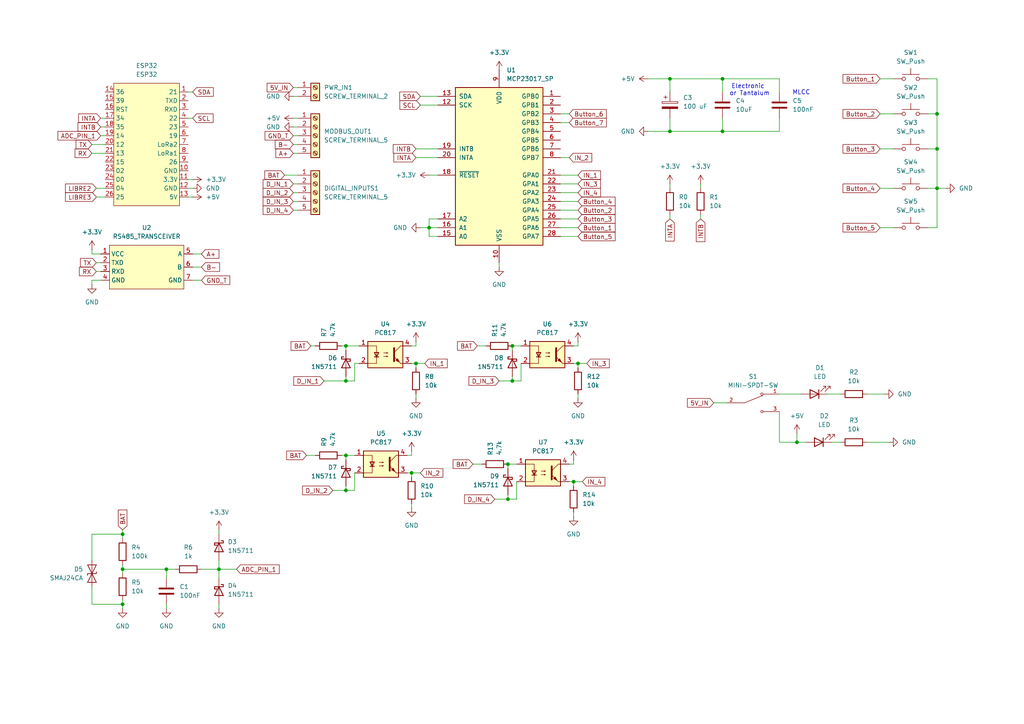
<source format=kicad_sch>
(kicad_sch (version 20250114) (generator "eeschema") (generator_version "9.0")
  (paper "A4")
  (lib_symbols
    (symbol "Connector:Screw_Terminal_01x02" (pin_names (offset 1.016) (hide yes))
      (property "Reference" "J" (at 0 2.54 0))
      (property "Value" "Screw_Terminal_01x02" (at 0 -5.08 0))
      (symbol "Screw_Terminal_01x02_1_1"
        (pin passive line (at -5.08 0 0) (length 3.81) (name "Pin_1") (number "1"))
        (pin passive line (at -5.08 -2.54 0) (length 3.81) (name "Pin_2") (number "2"))
      )
    )
    (symbol "Connector:Screw_Terminal_01x05" (pin_names (offset 1.016) (hide yes))
      (property "Reference" "J" (at 0 7.62 0))
      (property "Value" "Screw_Terminal_01x05" (at 0 -7.62 0))
      (symbol "Screw_Terminal_01x05_1_1"
        (pin passive line (at -5.08 5.08 0) (length 3.81) (name "Pin_1") (number "1"))
        (pin passive line (at -5.08 2.54 0) (length 3.81) (name "Pin_2") (number "2"))
        (pin passive line (at -5.08 0 0) (length 3.81) (name "Pin_3") (number "3"))
        (pin passive line (at -5.08 -2.54 0) (length 3.81) (name "Pin_4") (number "4"))
        (pin passive line (at -5.08 -5.08 0) (length 3.81) (name "Pin_5") (number "5"))
      )
    )
    (symbol "Device:C" (pin_numbers (hide yes)) (pin_names (offset 0.254))
      (property "Reference" "C" (at 0.635 2.54 0))
      (property "Value" "C" (at 0.635 -2.54 0))
      (symbol "C_1_1"
        (pin passive line (at 0 3.81 270) (length 2.794) (name "~") (number "1"))
        (pin passive line (at 0 -3.81 90) (length 2.794) (name "~") (number "2"))
      )
    )
    (symbol "Device:C_Polarized" (pin_numbers (hide yes)) (pin_names (offset 0.254))
      (property "Reference" "C" (at 0.635 2.54 0))
      (property "Value" "C_Polarized" (at 0.635 -2.54 0))
      (symbol "C_Polarized_1_1"
        (pin passive line (at 0 3.81 270) (length 2.794) (name "~") (number "1"))
        (pin passive line (at 0 -3.81 90) (length 2.794) (name "~") (number "2"))
      )
    )
    (symbol "Device:LED" (pin_numbers (hide yes)) (pin_names (offset 1.016) (hide yes))
      (property "Reference" "D" (at 0 2.54 0))
      (property "Value" "LED" (at 0 -2.54 0))
      (symbol "LED_1_1"
        (pin passive line (at -3.81 0 0) (length 2.54) (name "K") (number "1"))
        (pin passive line (at 3.81 0 180) (length 2.54) (name "A") (number "2"))
      )
    )
    (symbol "Device:R" (pin_numbers (hide yes)) (pin_names (offset 0))
      (property "Reference" "R" (at 2.032 0 90))
      (property "Value" "R" (at 0 0 90))
      (symbol "R_1_1"
        (pin passive line (at 0 3.81 270) (length 1.27) (name "~") (number "1"))
        (pin passive line (at 0 -3.81 90) (length 1.27) (name "~") (number "2"))
      )
    )
    (symbol "Diode:1N5711" (pin_numbers (hide yes)) (pin_names (offset 1.016) (hide yes))
      (property "Reference" "D" (at 0 2.54 0))
      (property "Value" "1N5711" (at 0 -2.54 0))
      (symbol "1N5711_1_1"
        (pin passive line (at -3.81 0 0) (length 2.54) (name "K") (number "1"))
        (pin passive line (at 3.81 0 180) (length 2.54) (name "A") (number "2"))
      )
    )
    (symbol "Diode:SMAJ24CA" (pin_numbers (hide yes)) (pin_names (offset 1.016) (hide yes))
      (property "Reference" "D" (at 0 2.54 0))
      (property "Value" "SMAJ24CA" (at 0 -2.54 0))
      (symbol "SMAJ24CA_1_1"
        (pin passive line (at -3.81 0 0) (length 2.54) (name "A1") (number "1"))
        (pin passive line (at 3.81 0 180) (length 2.54) (name "A2") (number "2"))
      )
    )
    (symbol "Interface_Expansion:MCP23017_SP" (pin_names (offset 1.016))
      (property "Reference" "U" (at -11.43 24.13 0))
      (property "Value" "MCP23017_SP" (at 0 0 0))
      (symbol "MCP23017_SP_1_1"
        (pin bidirectional line (at -17.78 20.32 0) (length 5.08) (name "SDA") (number "13"))
        (pin input line (at -17.78 17.78 0) (length 5.08) (name "SCK") (number "12"))
        (pin tri_state line (at -17.78 5.08 0) (length 5.08) (name "INTB") (number "19"))
        (pin tri_state line (at -17.78 2.54 0) (length 5.08) (name "INTA") (number "20"))
        (pin input line (at -17.78 -2.54 0) (length 5.08) (name "~{RESET}") (number "18"))
        (pin input line (at -17.78 -15.24 0) (length 5.08) (name "A2") (number "17"))
        (pin input line (at -17.78 -17.78 0) (length 5.08) (name "A1") (number "16"))
        (pin input line (at -17.78 -20.32 0) (length 5.08) (name "A0") (number "15"))
        (pin no_connect line (at -12.7 15.24 0) (length 5.08) (hide yes) (name "NC") (number "11"))
        (pin no_connect line (at -12.7 12.7 0) (length 5.08) (hide yes) (name "NC") (number "14"))
        (pin power_in line (at 0 27.94 270) (length 5.08) (name "VDD") (number "9"))
        (pin power_in line (at 0 -27.94 90) (length 5.08) (name "VSS") (number "10"))
        (pin bidirectional line (at 17.78 20.32 180) (length 5.08) (name "GPB0") (number "1"))
        (pin bidirectional line (at 17.78 17.78 180) (length 5.08) (name "GPB1") (number "2"))
        (pin bidirectional line (at 17.78 15.24 180) (length 5.08) (name "GPB2") (number "3"))
        (pin bidirectional line (at 17.78 12.7 180) (length 5.08) (name "GPB3") (number "4"))
        (pin bidirectional line (at 17.78 10.16 180) (length 5.08) (name "GPB4") (number "5"))
        (pin bidirectional line (at 17.78 7.62 180) (length 5.08) (name "GPB5") (number "6"))
        (pin bidirectional line (at 17.78 5.08 180) (length 5.08) (name "GPB6") (number "7"))
        (pin output line (at 17.78 2.54 180) (length 5.08) (name "GPB7") (number "8"))
        (pin bidirectional line (at 17.78 -2.54 180) (length 5.08) (name "GPA0") (number "21"))
        (pin bidirectional line (at 17.78 -5.08 180) (length 5.08) (name "GPA1") (number "22"))
        (pin bidirectional line (at 17.78 -7.62 180) (length 5.08) (name "GPA2") (number "23"))
        (pin bidirectional line (at 17.78 -10.16 180) (length 5.08) (name "GPA3") (number "24"))
        (pin bidirectional line (at 17.78 -12.7 180) (length 5.08) (name "GPA4") (number "25"))
        (pin bidirectional line (at 17.78 -15.24 180) (length 5.08) (name "GPA5") (number "26"))
        (pin bidirectional line (at 17.78 -17.78 180) (length 5.08) (name "GPA6") (number "27"))
        (pin output line (at 17.78 -20.32 180) (length 5.08) (name "GPA7") (number "28"))
      )
    )
    (symbol "Isolator:PC817" (pin_names (offset 1.016))
      (property "Reference" "U" (at -5.08 5.08 0))
      (property "Value" "PC817" (at 0 5.08 0))
      (symbol "PC817_1_1"
        (pin passive line (at -7.62 2.54 0) (length 2.54) (name "~") (number "1"))
        (pin passive line (at -7.62 -2.54 0) (length 2.54) (name "~") (number "2"))
        (pin passive line (at 7.62 2.54 180) (length 2.54) (name "~") (number "4"))
        (pin passive line (at 7.62 -2.54 180) (length 2.54) (name "~") (number "3"))
      )
    )
    (symbol "Switch:SW_Push" (pin_numbers (hide yes)) (pin_names (offset 1.016) (hide yes))
      (property "Reference" "SW" (at 1.27 2.54 0))
      (property "Value" "SW_Push" (at 0 -1.524 0))
      (symbol "SW_Push_0_1"
        (pin passive line (at -5.08 0 0) (length 2.54) (name "1") (number "1"))
        (pin passive line (at 5.08 0 180) (length 2.54) (name "2") (number "2"))
      )
    )
    (symbol "XY-017:XY-017"
      (property "Reference" "U" (at 0 0 0))
      (symbol "XY-017_1_1"
        (pin power_in line (at -5.08 -5.08 0) (length 2.54) (name "VCC") (number "1"))
        (pin input line (at -5.08 -7.62 0) (length 2.54) (name "TXD") (number "2"))
        (pin output line (at -5.08 -10.16 0) (length 2.54) (name "RXD") (number "3"))
        (pin power_out line (at -5.08 -12.7 0) (length 2.54) (name "GND") (number "4"))
        (pin bidirectional line (at 21.59 -5.08 180) (length 2.54) (name "A") (number "5"))
        (pin bidirectional line (at 21.59 -8.89 180) (length 2.54) (name "B") (number "6"))
        (pin output line (at 21.59 -12.7 180) (length 2.54) (name "GND") (number "7"))
      )
    )
    (symbol "holag:MINI-SPDT-SW" (pin_names (offset 1.016))
      (property "Reference" "S" (at -2.54 5.08 0))
      (property "Value" "MINI-SPDT-SW" (at -2.54 -5.08 0))
      (symbol "MINI-SPDT-SW_0_0"
        (pin passive line (at -7.62 0 0) (length 2.54) (name "~") (number "2"))
        (pin passive line (at 7.62 2.54 180) (length 2.54) (name "~") (number "1"))
        (pin passive line (at 7.62 -2.54 180) (length 2.54) (name "~") (number "3"))
      )
    )
    (symbol "holag:ttgo_lora_32_V2.1"
      (property "Reference" "U" (at 0 0 0))
      (symbol "ttgo_lora_32_V2.1_1_1"
        (pin input line (at -20.32 -2.54 0) (length 2.54) (name "36") (number "14"))
        (pin input line (at -20.32 -5.08 0) (length 2.54) (name "39") (number "15"))
        (pin input line (at -20.32 -7.62 0) (length 2.54) (name "RST") (number "16"))
        (pin input line (at -20.32 -10.16 0) (length 2.54) (name "34") (number "17"))
        (pin input line (at -20.32 -12.7 0) (length 2.54) (name "35") (number "18"))
        (pin input line (at -20.32 -15.24 0) (length 2.54) (name "14") (number "19"))
        (pin input line (at -20.32 -17.78 0) (length 2.54) (name "12") (number "20"))
        (pin input line (at -20.32 -20.32 0) (length 2.54) (name "13") (number "21"))
        (pin input line (at -20.32 -22.86 0) (length 2.54) (name "15") (number "22"))
        (pin input line (at -20.32 -25.4 0) (length 2.54) (name "02") (number "23"))
        (pin input line (at -20.32 -27.94 0) (length 2.54) (name "00") (number "24"))
        (pin input line (at -20.32 -30.48 0) (length 2.54) (name "04") (number "25"))
        (pin input line (at -20.32 -33.02 0) (length 2.54) (name "25") (number "26"))
        (pin input line (at 3.81 -2.54 180) (length 2.54) (name "21") (number "1"))
        (pin input line (at 3.81 -5.08 180) (length 2.54) (name "TXD") (number "2"))
        (pin input line (at 3.81 -7.62 180) (length 2.54) (name "RXD") (number "3"))
        (pin input line (at 3.81 -10.16 180) (length 2.54) (name "22") (number "4"))
        (pin input line (at 3.81 -12.7 180) (length 2.54) (name "23") (number "5"))
        (pin input line (at 3.81 -15.24 180) (length 2.54) (name "19") (number "6"))
        (pin input line (at 3.81 -17.78 180) (length 2.54) (name "LoRa2") (number "7"))
        (pin input line (at 3.81 -20.32 180) (length 2.54) (name "LoRa1") (number "8"))
        (pin input line (at 3.81 -22.86 180) (length 2.54) (name "26") (number "9"))
        (pin input line (at 3.81 -25.4 180) (length 2.54) (name "GND") (number "10"))
        (pin input line (at 3.81 -27.94 180) (length 2.54) (name "3.3V") (number "11"))
        (pin input line (at 3.81 -30.48 180) (length 2.54) (name "GND") (number "12"))
        (pin input line (at 3.81 -33.02 180) (length 2.54) (name "5V") (number "13"))
      )
    )
    (symbol "power:+3.3V" (power) (pin_numbers (hide yes)) (pin_names (offset 0) (hide yes))
      (property "Value" "+3.3V" (at 0 3.556 0))
      (symbol "+3.3V_1_1"
        (pin power_in line (at 0 0 90) (length 0) (name "~") (number "1"))
      )
    )
    (symbol "power:+5V" (power) (pin_numbers (hide yes)) (pin_names (offset 0) (hide yes))
      (property "Value" "+5V" (at 0 3.556 0))
      (symbol "+5V_1_1"
        (pin power_in line (at 0 0 90) (length 0) (name "~") (number "1"))
      )
    )
    (symbol "power:GND" (power) (pin_numbers (hide yes)) (pin_names (offset 0) (hide yes))
      (property "Value" "GND" (at 0 -3.81 0))
      (symbol "GND_1_1"
        (pin power_in line (at 0 0 270) (length 0) (name "~") (number "1"))
      )
    )
  )
  (text "MLCC" (at 232.41 26.924 0) (effects (font (size 1.27 1.27))))
  (text "Electronic \nor Tantalum" (at 217.424 26.162 0) (effects (font (size 1.27 1.27))))
  (junction (at 100.33 100.33))
  (junction (at 48.26 165.1))
  (junction (at 271.78 33.02))
  (junction (at 35.56 165.1))
  (junction (at 148.59 100.33))
  (junction (at 35.56 175.26))
  (junction (at 35.56 154.94))
  (junction (at 209.55 22.86))
  (junction (at 194.31 22.86))
  (junction (at 166.37 139.7))
  (junction (at 231.14 128.27))
  (junction (at 271.78 54.61))
  (junction (at 194.31 38.1))
  (junction (at 167.64 105.41))
  (junction (at 147.32 144.78))
  (junction (at 271.78 43.18))
  (junction (at 148.59 110.49))
  (junction (at 100.33 110.49))
  (junction (at 124.46 66.04))
  (junction (at 100.33 142.24))
  (junction (at 119.38 137.16))
  (junction (at 100.33 132.08))
  (junction (at 147.32 134.62))
  (junction (at 209.55 38.1))
  (junction (at 63.5 165.1))
  (junction (at 120.65 105.41))
  (wire (pts (xy 119.38 137.16) (xy 119.38 138.43)))
  (wire (pts (xy 162.56 50.8) (xy 167.64 50.8)))
  (wire (pts (xy 162.56 58.42) (xy 167.64 58.42)))
  (wire (pts (xy 147.32 144.78) (xy 149.86 144.78)))
  (wire (pts (xy 166.37 139.7) (xy 166.37 140.97)))
  (wire (pts (xy 119.38 105.41) (xy 120.65 105.41)))
  (wire (pts (xy 35.56 173.99) (xy 35.56 175.26)))
  (wire (pts (xy 120.65 43.18) (xy 127 43.18)))
  (wire (pts (xy 231.14 128.27) (xy 233.68 128.27)))
  (wire (pts (xy 120.65 45.72) (xy 127 45.72)))
  (wire (pts (xy 119.38 146.05) (xy 119.38 147.32)))
  (wire (pts (xy 143.51 144.78) (xy 147.32 144.78)))
  (wire (pts (xy 271.78 54.61) (xy 271.78 43.18)))
  (wire (pts (xy 124.46 50.8) (xy 127 50.8)))
  (wire (pts (xy 148.59 109.22) (xy 148.59 110.49)))
  (wire (pts (xy 85.09 44.45) (xy 86.36 44.45)))
  (wire (pts (xy 148.59 100.33) (xy 151.13 100.33)))
  (wire (pts (xy 54.61 54.61) (xy 55.88 54.61)))
  (wire (pts (xy 85.09 39.37) (xy 86.36 39.37)))
  (wire (pts (xy 85.09 55.88) (xy 86.36 55.88)))
  (wire (pts (xy 166.37 105.41) (xy 167.64 105.41)))
  (wire (pts (xy 55.88 73.66) (xy 58.42 73.66)))
  (wire (pts (xy 54.61 26.67) (xy 55.88 26.67)))
  (wire (pts (xy 99.06 132.08) (xy 100.33 132.08)))
  (wire (pts (xy 26.67 154.94) (xy 26.67 162.56)))
  (wire (pts (xy 100.33 132.08) (xy 100.33 133.35)))
  (wire (pts (xy 194.31 62.23) (xy 194.31 63.5)))
  (wire (pts (xy 162.56 55.88) (xy 167.64 55.88)))
  (wire (pts (xy 85.09 27.94) (xy 86.36 27.94)))
  (wire (pts (xy 90.17 100.33) (xy 91.44 100.33)))
  (wire (pts (xy 269.24 33.02) (xy 271.78 33.02)))
  (wire (pts (xy 124.46 66.04) (xy 127 66.04)))
  (wire (pts (xy 127 63.5) (xy 124.46 63.5)))
  (wire (pts (xy 82.55 50.8) (xy 86.36 50.8)))
  (wire (pts (xy 35.56 154.94) (xy 26.67 154.94)))
  (wire (pts (xy 271.78 54.61) (xy 274.32 54.61)))
  (wire (pts (xy 55.88 34.29) (xy 54.61 34.29)))
  (wire (pts (xy 26.67 72.39) (xy 26.67 73.66)))
  (wire (pts (xy 269.24 22.86) (xy 271.78 22.86)))
  (wire (pts (xy 144.78 110.49) (xy 148.59 110.49)))
  (wire (pts (xy 148.59 100.33) (xy 148.59 101.6)))
  (wire (pts (xy 100.33 100.33) (xy 104.14 100.33)))
  (wire (pts (xy 165.1 134.62) (xy 166.37 134.62)))
  (wire (pts (xy 187.96 38.1) (xy 194.31 38.1)))
  (wire (pts (xy 162.56 66.04) (xy 167.64 66.04)))
  (wire (pts (xy 48.26 175.26) (xy 48.26 176.53)))
  (wire (pts (xy 35.56 163.83) (xy 35.56 165.1)))
  (wire (pts (xy 255.27 66.04) (xy 259.08 66.04)))
  (wire (pts (xy 251.46 114.3) (xy 256.54 114.3)))
  (wire (pts (xy 85.09 60.96) (xy 86.36 60.96)))
  (wire (pts (xy 162.56 53.34) (xy 167.64 53.34)))
  (wire (pts (xy 29.21 39.37) (xy 30.48 39.37)))
  (wire (pts (xy 151.13 110.49) (xy 151.13 105.41)))
  (wire (pts (xy 162.56 60.96) (xy 167.64 60.96)))
  (wire (pts (xy 194.31 26.67) (xy 194.31 22.86)))
  (wire (pts (xy 58.42 165.1) (xy 63.5 165.1)))
  (wire (pts (xy 167.64 100.33) (xy 167.64 99.06)))
  (wire (pts (xy 35.56 165.1) (xy 35.56 166.37)))
  (wire (pts (xy 88.9 132.08) (xy 91.44 132.08)))
  (wire (pts (xy 226.06 114.3) (xy 232.41 114.3)))
  (wire (pts (xy 149.86 144.78) (xy 149.86 139.7)))
  (wire (pts (xy 147.32 143.51) (xy 147.32 144.78)))
  (wire (pts (xy 255.27 43.18) (xy 259.08 43.18)))
  (wire (pts (xy 207.01 116.84) (xy 210.82 116.84)))
  (wire (pts (xy 85.09 36.83) (xy 86.36 36.83)))
  (wire (pts (xy 27.94 78.74) (xy 29.21 78.74)))
  (wire (pts (xy 100.33 110.49) (xy 100.33 109.22)))
  (wire (pts (xy 271.78 43.18) (xy 271.78 33.02)))
  (wire (pts (xy 96.52 142.24) (xy 100.33 142.24)))
  (wire (pts (xy 26.67 170.18) (xy 26.67 175.26)))
  (wire (pts (xy 35.56 175.26) (xy 35.56 176.53)))
  (wire (pts (xy 209.55 38.1) (xy 226.06 38.1)))
  (wire (pts (xy 55.88 81.28) (xy 58.42 81.28)))
  (wire (pts (xy 100.33 100.33) (xy 100.33 101.6)))
  (wire (pts (xy 100.33 110.49) (xy 102.87 110.49)))
  (wire (pts (xy 269.24 43.18) (xy 271.78 43.18)))
  (wire (pts (xy 85.09 53.34) (xy 86.36 53.34)))
  (wire (pts (xy 93.98 110.49) (xy 100.33 110.49)))
  (wire (pts (xy 203.2 62.23) (xy 203.2 63.5)))
  (wire (pts (xy 251.46 128.27) (xy 257.81 128.27)))
  (wire (pts (xy 119.38 132.08) (xy 119.38 130.81)))
  (wire (pts (xy 203.2 54.61) (xy 203.2 53.34)))
  (wire (pts (xy 29.21 81.28) (xy 26.67 81.28)))
  (wire (pts (xy 162.56 63.5) (xy 167.64 63.5)))
  (wire (pts (xy 166.37 139.7) (xy 168.91 139.7)))
  (wire (pts (xy 124.46 68.58) (xy 124.46 66.04)))
  (wire (pts (xy 148.59 110.49) (xy 151.13 110.49)))
  (wire (pts (xy 231.14 125.73) (xy 231.14 128.27)))
  (wire (pts (xy 100.33 132.08) (xy 102.87 132.08)))
  (wire (pts (xy 166.37 100.33) (xy 167.64 100.33)))
  (wire (pts (xy 29.21 34.29) (xy 30.48 34.29)))
  (wire (pts (xy 271.78 22.86) (xy 271.78 33.02)))
  (wire (pts (xy 165.1 139.7) (xy 166.37 139.7)))
  (wire (pts (xy 255.27 54.61) (xy 259.08 54.61)))
  (wire (pts (xy 121.92 27.94) (xy 127 27.94)))
  (wire (pts (xy 209.55 34.29) (xy 209.55 38.1)))
  (wire (pts (xy 85.09 41.91) (xy 86.36 41.91)))
  (wire (pts (xy 269.24 66.04) (xy 271.78 66.04)))
  (wire (pts (xy 127 68.58) (xy 124.46 68.58)))
  (wire (pts (xy 162.56 68.58) (xy 167.64 68.58)))
  (wire (pts (xy 26.67 73.66) (xy 29.21 73.66)))
  (wire (pts (xy 55.88 77.47) (xy 58.42 77.47)))
  (wire (pts (xy 100.33 140.97) (xy 100.33 142.24)))
  (wire (pts (xy 63.5 175.26) (xy 63.5 176.53)))
  (wire (pts (xy 166.37 134.62) (xy 166.37 133.35)))
  (wire (pts (xy 226.06 26.67) (xy 226.06 22.86)))
  (wire (pts (xy 167.64 105.41) (xy 167.64 106.68)))
  (wire (pts (xy 118.11 132.08) (xy 119.38 132.08)))
  (wire (pts (xy 162.56 45.72) (xy 165.1 45.72)))
  (wire (pts (xy 48.26 165.1) (xy 50.8 165.1)))
  (wire (pts (xy 226.06 38.1) (xy 226.06 34.29)))
  (wire (pts (xy 27.94 76.2) (xy 29.21 76.2)))
  (wire (pts (xy 35.56 153.67) (xy 35.56 154.94)))
  (wire (pts (xy 120.65 105.41) (xy 120.65 106.68)))
  (wire (pts (xy 102.87 105.41) (xy 102.87 110.49)))
  (wire (pts (xy 63.5 153.67) (xy 63.5 154.94)))
  (wire (pts (xy 194.31 22.86) (xy 209.55 22.86)))
  (wire (pts (xy 27.94 57.15) (xy 30.48 57.15)))
  (wire (pts (xy 119.38 100.33) (xy 120.65 100.33)))
  (wire (pts (xy 26.67 44.45) (xy 30.48 44.45)))
  (wire (pts (xy 85.09 34.29) (xy 86.36 34.29)))
  (wire (pts (xy 226.06 119.38) (xy 226.06 128.27)))
  (wire (pts (xy 194.31 38.1) (xy 209.55 38.1)))
  (wire (pts (xy 26.67 81.28) (xy 26.67 82.55)))
  (wire (pts (xy 26.67 175.26) (xy 35.56 175.26)))
  (wire (pts (xy 35.56 165.1) (xy 48.26 165.1)))
  (wire (pts (xy 102.87 142.24) (xy 102.87 137.16)))
  (wire (pts (xy 120.65 105.41) (xy 123.19 105.41)))
  (wire (pts (xy 119.38 137.16) (xy 121.92 137.16)))
  (wire (pts (xy 271.78 66.04) (xy 271.78 54.61)))
  (wire (pts (xy 138.43 100.33) (xy 140.97 100.33)))
  (wire (pts (xy 121.92 66.04) (xy 124.46 66.04)))
  (wire (pts (xy 102.87 105.41) (xy 104.14 105.41)))
  (wire (pts (xy 118.11 137.16) (xy 119.38 137.16)))
  (wire (pts (xy 147.32 134.62) (xy 147.32 135.89)))
  (wire (pts (xy 209.55 26.67) (xy 209.55 22.86)))
  (wire (pts (xy 147.32 134.62) (xy 149.86 134.62)))
  (wire (pts (xy 255.27 22.86) (xy 259.08 22.86)))
  (wire (pts (xy 241.3 128.27) (xy 243.84 128.27)))
  (wire (pts (xy 63.5 165.1) (xy 68.58 165.1)))
  (wire (pts (xy 226.06 22.86) (xy 209.55 22.86)))
  (wire (pts (xy 100.33 142.24) (xy 102.87 142.24)))
  (wire (pts (xy 269.24 54.61) (xy 271.78 54.61)))
  (wire (pts (xy 48.26 165.1) (xy 48.26 167.64)))
  (wire (pts (xy 194.31 38.1) (xy 194.31 34.29)))
  (wire (pts (xy 166.37 148.59) (xy 166.37 149.86)))
  (wire (pts (xy 144.78 77.47) (xy 144.78 76.2)))
  (wire (pts (xy 167.64 105.41) (xy 170.18 105.41)))
  (wire (pts (xy 35.56 154.94) (xy 35.56 156.21)))
  (wire (pts (xy 63.5 165.1) (xy 63.5 162.56)))
  (wire (pts (xy 120.65 100.33) (xy 120.65 99.06)))
  (wire (pts (xy 85.09 25.4) (xy 86.36 25.4)))
  (wire (pts (xy 255.27 33.02) (xy 259.08 33.02)))
  (wire (pts (xy 226.06 128.27) (xy 231.14 128.27)))
  (wire (pts (xy 124.46 63.5) (xy 124.46 66.04)))
  (wire (pts (xy 137.16 134.62) (xy 139.7 134.62)))
  (wire (pts (xy 240.03 114.3) (xy 243.84 114.3)))
  (wire (pts (xy 99.06 100.33) (xy 100.33 100.33)))
  (wire (pts (xy 167.64 114.3) (xy 167.64 115.57)))
  (wire (pts (xy 120.65 114.3) (xy 120.65 115.57)))
  (wire (pts (xy 121.92 30.48) (xy 127 30.48)))
  (wire (pts (xy 54.61 52.07) (xy 55.88 52.07)))
  (wire (pts (xy 26.67 41.91) (xy 30.48 41.91)))
  (wire (pts (xy 194.31 54.61) (xy 194.31 53.34)))
  (wire (pts (xy 54.61 57.15) (xy 55.88 57.15)))
  (wire (pts (xy 162.56 35.56) (xy 165.1 35.56)))
  (wire (pts (xy 63.5 165.1) (xy 63.5 167.64)))
  (wire (pts (xy 85.09 58.42) (xy 86.36 58.42)))
  (wire (pts (xy 187.96 22.86) (xy 194.31 22.86)))
  (wire (pts (xy 29.21 36.83) (xy 30.48 36.83)))
  (wire (pts (xy 162.56 33.02) (xy 165.1 33.02)))
  (wire (pts (xy 27.94 54.61) (xy 30.48 54.61)))
  (global_label "INTA" (shape input) (at 120.65 45.72 180) (property "Intersheetrefs" "${INTERSHEET_REFS}" (effects (hide yes))))
  (global_label "SDA" (shape input) (at 55.88 26.67 0) (property "Intersheetrefs" "${INTERSHEET_REFS}" (effects (hide yes))))
  (global_label "Button_7" (shape input) (at 165.1 35.56 0) (property "Intersheetrefs" "${INTERSHEET_REFS}" (effects (hide yes))))
  (global_label "D_IN_4" (shape input) (at 85.09 60.96 180) (property "Intersheetrefs" "${INTERSHEET_REFS}" (effects (hide yes))))
  (global_label "Button_1" (shape input) (at 167.64 66.04 0) (property "Intersheetrefs" "${INTERSHEET_REFS}" (effects (hide yes))))
  (global_label "Button_3" (shape input) (at 167.64 63.5 0) (property "Intersheetrefs" "${INTERSHEET_REFS}" (effects (hide yes))))
  (global_label "ADC_PIN_1" (shape input) (at 68.58 165.1 0) (property "Intersheetrefs" "${INTERSHEET_REFS}" (effects (hide yes))))
  (global_label "GND_T" (shape input) (at 85.09 39.37 180) (property "Intersheetrefs" "${INTERSHEET_REFS}" (effects (hide yes))))
  (global_label "BAT" (shape input) (at 35.56 153.67 90) (property "Intersheetrefs" "${INTERSHEET_REFS}" (effects (hide yes))))
  (global_label "A+" (shape input) (at 85.09 44.45 180) (property "Intersheetrefs" "${INTERSHEET_REFS}" (effects (hide yes))))
  (global_label "Button_6" (shape input) (at 165.1 33.02 0) (property "Intersheetrefs" "${INTERSHEET_REFS}" (effects (hide yes))))
  (global_label "B-" (shape input) (at 85.09 41.91 180) (property "Intersheetrefs" "${INTERSHEET_REFS}" (effects (hide yes))))
  (global_label "IN_1" (shape input) (at 123.19 105.41 0) (property "Intersheetrefs" "${INTERSHEET_REFS}" (effects (hide yes))))
  (global_label "TX" (shape input) (at 27.94 76.2 180) (property "Intersheetrefs" "${INTERSHEET_REFS}" (effects (hide yes))))
  (global_label "Button_5" (shape input) (at 167.64 68.58 0) (property "Intersheetrefs" "${INTERSHEET_REFS}" (effects (hide yes))))
  (global_label "IN_1" (shape input) (at 167.64 50.8 0) (property "Intersheetrefs" "${INTERSHEET_REFS}" (effects (hide yes))))
  (global_label "D_IN_3" (shape input) (at 85.09 58.42 180) (property "Intersheetrefs" "${INTERSHEET_REFS}" (effects (hide yes))))
  (global_label "IN_3" (shape input) (at 167.64 53.34 0) (property "Intersheetrefs" "${INTERSHEET_REFS}" (effects (hide yes))))
  (global_label "IN_4" (shape input) (at 168.91 139.7 0) (property "Intersheetrefs" "${INTERSHEET_REFS}" (effects (hide yes))))
  (global_label "SDA" (shape input) (at 121.92 27.94 180) (property "Intersheetrefs" "${INTERSHEET_REFS}" (effects (hide yes))))
  (global_label "Button_1" (shape input) (at 255.27 22.86 180) (property "Intersheetrefs" "${INTERSHEET_REFS}" (effects (hide yes))))
  (global_label "Button_4" (shape input) (at 167.64 58.42 0) (property "Intersheetrefs" "${INTERSHEET_REFS}" (effects (hide yes))))
  (global_label "BAT" (shape input) (at 138.43 100.33 180) (property "Intersheetrefs" "${INTERSHEET_REFS}" (effects (hide yes))))
  (global_label "IN_2" (shape input) (at 165.1 45.72 0) (property "Intersheetrefs" "${INTERSHEET_REFS}" (effects (hide yes))))
  (global_label "LIBRE2" (shape input) (at 27.94 54.61 180) (property "Intersheetrefs" "${INTERSHEET_REFS}" (effects (hide yes))))
  (global_label "BAT" (shape input) (at 88.9 132.08 180) (property "Intersheetrefs" "${INTERSHEET_REFS}" (effects (hide yes))))
  (global_label "B-" (shape input) (at 58.42 77.47 0) (property "Intersheetrefs" "${INTERSHEET_REFS}" (effects (hide yes))))
  (global_label "INTA" (shape input) (at 194.31 63.5 270) (property "Intersheetrefs" "${INTERSHEET_REFS}" (effects (hide yes))))
  (global_label "Button_4" (shape input) (at 255.27 54.61 180) (property "Intersheetrefs" "${INTERSHEET_REFS}" (effects (hide yes))))
  (global_label "BAT" (shape input) (at 82.55 50.8 180) (property "Intersheetrefs" "${INTERSHEET_REFS}" (effects (hide yes))))
  (global_label "Button_5" (shape input) (at 255.27 66.04 180) (property "Intersheetrefs" "${INTERSHEET_REFS}" (effects (hide yes))))
  (global_label "BAT" (shape input) (at 90.17 100.33 180) (property "Intersheetrefs" "${INTERSHEET_REFS}" (effects (hide yes))))
  (global_label "IN_4" (shape input) (at 167.64 55.88 0) (property "Intersheetrefs" "${INTERSHEET_REFS}" (effects (hide yes))))
  (global_label "INTA" (shape input) (at 29.21 34.29 180) (property "Intersheetrefs" "${INTERSHEET_REFS}" (effects (hide yes))))
  (global_label "INTB" (shape input) (at 29.21 36.83 180) (property "Intersheetrefs" "${INTERSHEET_REFS}" (effects (hide yes))))
  (global_label "5V_IN" (shape input) (at 85.09 25.4 180) (property "Intersheetrefs" "${INTERSHEET_REFS}" (effects (hide yes))))
  (global_label "ADC_PIN_1" (shape input) (at 29.21 39.37 180) (property "Intersheetrefs" "${INTERSHEET_REFS}" (effects (hide yes))))
  (global_label "TX" (shape input) (at 26.67 41.91 180) (property "Intersheetrefs" "${INTERSHEET_REFS}" (effects (hide yes))))
  (global_label "Button_3" (shape input) (at 255.27 43.18 180) (property "Intersheetrefs" "${INTERSHEET_REFS}" (effects (hide yes))))
  (global_label "BAT" (shape input) (at 137.16 134.62 180) (property "Intersheetrefs" "${INTERSHEET_REFS}" (effects (hide yes))))
  (global_label "RX" (shape input) (at 26.67 44.45 180) (property "Intersheetrefs" "${INTERSHEET_REFS}" (effects (hide yes))))
  (global_label "INTB" (shape input) (at 203.2 63.5 270) (property "Intersheetrefs" "${INTERSHEET_REFS}" (effects (hide yes))))
  (global_label "5V_IN" (shape input) (at 207.01 116.84 180) (property "Intersheetrefs" "${INTERSHEET_REFS}" (effects (hide yes))))
  (global_label "IN_2" (shape input) (at 121.92 137.16 0) (property "Intersheetrefs" "${INTERSHEET_REFS}" (effects (hide yes))))
  (global_label "D_IN_3" (shape input) (at 144.78 110.49 180) (property "Intersheetrefs" "${INTERSHEET_REFS}" (effects (hide yes))))
  (global_label "IN_3" (shape input) (at 170.18 105.41 0) (property "Intersheetrefs" "${INTERSHEET_REFS}" (effects (hide yes))))
  (global_label "D_IN_1" (shape input) (at 85.09 53.34 180) (property "Intersheetrefs" "${INTERSHEET_REFS}" (effects (hide yes))))
  (global_label "A+" (shape input) (at 58.42 73.66 0) (property "Intersheetrefs" "${INTERSHEET_REFS}" (effects (hide yes))))
  (global_label "Button_2" (shape input) (at 167.64 60.96 0) (property "Intersheetrefs" "${INTERSHEET_REFS}" (effects (hide yes))))
  (global_label "SCL" (shape input) (at 121.92 30.48 180) (property "Intersheetrefs" "${INTERSHEET_REFS}" (effects (hide yes))))
  (global_label "D_IN_2" (shape input) (at 85.09 55.88 180) (property "Intersheetrefs" "${INTERSHEET_REFS}" (effects (hide yes))))
  (global_label "Button_2" (shape input) (at 255.27 33.02 180) (property "Intersheetrefs" "${INTERSHEET_REFS}" (effects (hide yes))))
  (global_label "RX" (shape input) (at 27.94 78.74 180) (property "Intersheetrefs" "${INTERSHEET_REFS}" (effects (hide yes))))
  (global_label "D_IN_2" (shape input) (at 96.52 142.24 180) (property "Intersheetrefs" "${INTERSHEET_REFS}" (effects (hide yes))))
  (global_label "LIBRE3" (shape input) (at 27.94 57.15 180) (property "Intersheetrefs" "${INTERSHEET_REFS}" (effects (hide yes))))
  (global_label "D_IN_4" (shape input) (at 143.51 144.78 180) (property "Intersheetrefs" "${INTERSHEET_REFS}" (effects (hide yes))))
  (global_label "D_IN_1" (shape input) (at 93.98 110.49 180) (property "Intersheetrefs" "${INTERSHEET_REFS}" (effects (hide yes))))
  (global_label "INTB" (shape input) (at 120.65 43.18 180) (property "Intersheetrefs" "${INTERSHEET_REFS}" (effects (hide yes))))
  (global_label "GND_T" (shape input) (at 58.42 81.28 0) (property "Intersheetrefs" "${INTERSHEET_REFS}" (effects (hide yes))))
  (global_label "SCL" (shape input) (at 55.88 34.29 0) (property "Intersheetrefs" "${INTERSHEET_REFS}" (effects (hide yes))))
  (symbol (lib_id "Isolator:PC817") (at 158.75 102.87 0) (unit 1)
    (property "Reference" "U6" (at 158.75 93.98 0))
    (property "Value" "PC817" (at 158.75 96.52 0))
    (property "Footprint" "Package_DIP:DIP-4_W7.62mm" (effects (hide yes)))
    (property "Datasheet" "http://www.soselectronic.cz/a_info/resource/d/pc817.pdf" (effects (hide yes)))
    (property "Description" "DC Optocoupler, Vce 35V, CTR 50-300%, DIP-4" (effects (hide yes)))
  )
  (symbol (lib_id "Device:C") (at 209.55 30.48 0) (unit 1)
    (property "Reference" "C4" (at 213.36 29.2099 0) (effects (justify left)))
    (property "Value" "10uF" (at 213.36 31.7499 0) (effects (justify left)))
    (property "Footprint" "Capacitor_THT:C_Disc_D7.5mm_W5.0mm_P5.00mm" (effects (hide yes)))
    (property "Description" "Unpolarized capacitor" (effects (hide yes)))
  )
  (symbol (lib_id "power:GND") (at 85.09 27.94 270) (unit 1)
    (property "Reference" "#PWR012" (effects (hide yes)))
    (property "Value" "GND" (at 81.28 27.9399 90) (effects (justify right)))
    (property "Description" "Power symbol creates a global label with name \"GND\" , ground" (effects (hide yes)))
  )
  (symbol (lib_id "power:GND") (at 144.78 77.47 0) (unit 1)
    (property "Reference" "#PWR01" (effects (hide yes)))
    (property "Value" "GND" (at 144.78 82.55 0))
    (property "Description" "Power symbol creates a global label with name \"GND\" , ground" (effects (hide yes)))
  )
  (symbol (lib_id "power:+3.3V") (at 167.64 99.06 0) (unit 1)
    (property "Reference" "#PWR030" (effects (hide yes)))
    (property "Value" "+3.3V" (at 167.64 93.98 0))
    (property "Description" "Power symbol creates a global label with name \"+3.3V\"" (effects (hide yes)))
  )
  (symbol (lib_id "Connector:Screw_Terminal_01x02") (at 91.44 25.4 0) (unit 1)
    (property "Reference" "PWR_IN1" (at 93.98 25.3999 0) (effects (justify left)))
    (property "Value" "SCREW_TERMINAL_2" (at 93.98 27.9399 0) (effects (justify left)))
    (property "Footprint" "TerminalBlock_Phoenix:TerminalBlock_Phoenix_MKDS-1,5-2-5.08_1x02_P5.08mm_Horizontal" (effects (hide yes)))
    (property "Description" "Generic screw terminal, single row, 01x02, script generated (kicad-library-utils/schlib/autogen/connector/)" (effects (hide yes)))
  )
  (symbol (lib_id "power:+3.3V") (at 144.78 20.32 0) (unit 1)
    (property "Reference" "#PWR02" (effects (hide yes)))
    (property "Value" "+3.3V" (at 144.78 15.24 0))
    (property "Description" "Power symbol creates a global label with name \"+3.3V\"" (effects (hide yes)))
  )
  (symbol (lib_id "Device:LED") (at 236.22 114.3 180) (unit 1)
    (property "Reference" "D1" (at 237.8075 106.68 0))
    (property "Value" "LED" (at 237.8075 109.22 0))
    (property "Footprint" "LED_THT:LED_D5.0mm" (effects (hide yes)))
    (property "Description" "Light emitting diode" (effects (hide yes)))
    (property "Sim.Pins" "1=K 2=A" (effects (hide yes)))
  )
  (symbol (lib_id "power:GND") (at 256.54 114.3 90) (unit 1)
    (property "Reference" "#PWR010" (effects (hide yes)))
    (property "Value" "GND" (at 260.35 114.2999 90) (effects (justify right)))
    (property "Description" "Power symbol creates a global label with name \"GND\" , ground" (effects (hide yes)))
  )
  (symbol (lib_id "holag:MINI-SPDT-SW") (at 218.44 116.84 0) (unit 1)
    (property "Reference" "S1" (at 218.44 109.22 0))
    (property "Value" "MINI-SPDT-SW" (at 218.44 111.76 0))
    (property "Footprint" "MINI-SPDT-SW:SW_MINI-SPDT-SW" (effects (hide yes)))
  )
  (symbol (lib_id "power:+3.3V") (at 55.88 52.07 270) (unit 1)
    (property "Reference" "#PWR015" (effects (hide yes)))
    (property "Value" "+3.3V" (at 59.69 52.0699 90) (effects (justify left)))
    (property "Description" "Power symbol creates a global label with name \"+3.3V\"" (effects (hide yes)))
  )
  (symbol (lib_id "power:+3.3V") (at 194.31 53.34 0) (unit 1)
    (property "Reference" "#PWR07" (effects (hide yes)))
    (property "Value" "+3.3V" (at 194.31 48.26 0))
    (property "Description" "Power symbol creates a global label with name \"+3.3V\"" (effects (hide yes)))
  )
  (symbol (lib_id "power:+5V") (at 55.88 57.15 270) (unit 1)
    (property "Reference" "#PWR03" (effects (hide yes)))
    (property "Value" "+5V" (at 59.69 57.1499 90) (effects (justify left)))
    (property "Description" "Power symbol creates a global label with name \"+5V\"" (effects (hide yes)))
  )
  (symbol (lib_id "XY-017:XY-017") (at 34.29 68.58 0) (unit 1)
    (property "Reference" "U2" (at 42.545 66.04 0))
    (property "Value" "RS485_TRANSCEIVER" (at 42.545 68.58 0))
    (property "Footprint" "xy-017:XY-017" (effects (hide yes)))
  )
  (symbol (lib_id "Connector:Screw_Terminal_01x05") (at 91.44 55.88 0) (unit 1)
    (property "Reference" "DIGITAL_INPUTS1" (at 93.98 54.6099 0) (effects (justify left)))
    (property "Value" "SCREW_TERMINAL_5" (at 93.98 57.1499 0) (effects (justify left)))
    (property "Footprint" "TerminalBlock_Phoenix:TerminalBlock_Phoenix_MKDS-1,5-5-5.08_1x05_P5.08mm_Horizontal" (effects (hide yes)))
    (property "Description" "Generic screw terminal, single row, 01x05, script generated (kicad-library-utils/schlib/autogen/connector/)" (effects (hide yes)))
  )
  (symbol (lib_id "Device:R") (at 35.56 160.02 180) (unit 1)
    (property "Reference" "R4" (at 38.1 158.7499 0) (effects (justify right)))
    (property "Value" "100k" (at 38.1 161.2899 0) (effects (justify right)))
    (property "Footprint" "Resistor_THT:R_Axial_DIN0207_L6.3mm_D2.5mm_P7.62mm_Horizontal" (effects (hide yes)))
    (property "Description" "Resistor" (effects (hide yes)))
  )
  (symbol (lib_id "Isolator:PC817") (at 111.76 102.87 0) (unit 1)
    (property "Reference" "U4" (at 111.76 93.98 0))
    (property "Value" "PC817" (at 111.76 96.52 0))
    (property "Footprint" "Package_DIP:DIP-4_W7.62mm" (effects (hide yes)))
    (property "Datasheet" "http://www.soselectronic.cz/a_info/resource/d/pc817.pdf" (effects (hide yes)))
    (property "Description" "DC Optocoupler, Vce 35V, CTR 50-300%, DIP-4" (effects (hide yes)))
  )
  (symbol (lib_id "Switch:SW_Push") (at 264.16 33.02 0) (unit 1)
    (property "Reference" "SW2" (at 264.16 25.4 0))
    (property "Value" "SW_Push" (at 264.16 27.94 0))
    (property "Footprint" "Button_Switch_THT:SW_PUSH_6mm" (effects (hide yes)))
    (property "Description" "Push button switch, generic, two pins" (effects (hide yes)))
  )
  (symbol (lib_id "power:GND") (at 257.81 128.27 90) (unit 1)
    (property "Reference" "#PWR011" (effects (hide yes)))
    (property "Value" "GND" (at 261.62 128.2699 90) (effects (justify right)))
    (property "Description" "Power symbol creates a global label with name \"GND\" , ground" (effects (hide yes)))
  )
  (symbol (lib_id "Isolator:PC817") (at 157.48 137.16 0) (unit 1)
    (property "Reference" "U7" (at 157.48 128.27 0))
    (property "Value" "PC817" (at 157.48 130.81 0))
    (property "Footprint" "Package_DIP:DIP-4_W7.62mm" (effects (hide yes)))
    (property "Datasheet" "http://www.soselectronic.cz/a_info/resource/d/pc817.pdf" (effects (hide yes)))
    (property "Description" "DC Optocoupler, Vce 35V, CTR 50-300%, DIP-4" (effects (hide yes)))
  )
  (symbol (lib_id "power:+3.3V") (at 26.67 72.39 0) (unit 1)
    (property "Reference" "#PWR014" (effects (hide yes)))
    (property "Value" "+3.3V" (at 26.67 67.31 0))
    (property "Description" "Power symbol creates a global label with name \"+3.3V\"" (effects (hide yes)))
  )
  (symbol (lib_id "power:GND") (at 166.37 149.86 0) (unit 1)
    (property "Reference" "#PWR033" (effects (hide yes)))
    (property "Value" "GND" (at 166.37 154.94 0))
    (property "Description" "Power symbol creates a global label with name \"GND\" , ground" (effects (hide yes)))
  )
  (symbol (lib_id "Connector:Screw_Terminal_01x05") (at 91.44 39.37 0) (unit 1)
    (property "Reference" "MODBUS_OUT1" (at 93.98 38.0999 0) (effects (justify left)))
    (property "Value" "SCREW_TERMINAL_5" (at 93.98 40.6399 0) (effects (justify left)))
    (property "Footprint" "TerminalBlock_Phoenix:TerminalBlock_Phoenix_MKDS-1,5-5-5.08_1x05_P5.08mm_Horizontal" (effects (hide yes)))
    (property "Description" "Generic screw terminal, single row, 01x05, script generated (kicad-library-utils/schlib/autogen/connector/)" (effects (hide yes)))
  )
  (symbol (lib_id "Switch:SW_Push") (at 264.16 66.04 0) (unit 1)
    (property "Reference" "SW5" (at 264.16 58.42 0))
    (property "Value" "SW_Push" (at 264.16 60.96 0))
    (property "Footprint" "Button_Switch_THT:SW_PUSH_6mm" (effects (hide yes)))
    (property "Description" "Push button switch, generic, two pins" (effects (hide yes)))
  )
  (symbol (lib_id "Diode:SMAJ24CA") (at 26.67 166.37 270) (mirror x) (unit 1)
    (property "Reference" "D5" (at 24.13 165.0999 90) (effects (justify right)))
    (property "Value" "SMAJ24CA" (at 24.13 167.6399 90) (effects (justify right)))
    (property "Footprint" "Diode_SMD:D_SMA" (effects (hide yes)))
    (property "Datasheet" "https://www.littelfuse.com/media?resourcetype=datasheets&itemid=75e32973-b177-4ee3-a0ff-cedaf1abdb93&filename=smaj-datasheet" (effects (hide yes)))
    (property "Description" "400W bidirectional Transient Voltage Suppressor, 24.0Vr, SMA(DO-214AC)" (effects (hide yes)))
  )
  (symbol (lib_id "Device:R") (at 95.25 132.08 270) (unit 1)
    (property "Reference" "R9" (at 93.9799 129.54 0) (effects (justify right)))
    (property "Value" "4.7k" (at 96.5199 129.54 0) (effects (justify right)))
    (property "Footprint" "Resistor_THT:R_Axial_DIN0207_L6.3mm_D2.5mm_P7.62mm_Horizontal" (effects (hide yes)))
    (property "Description" "Resistor" (effects (hide yes)))
  )
  (symbol (lib_id "Device:R") (at 54.61 165.1 270) (unit 1)
    (property "Reference" "R6" (at 54.61 158.75 90))
    (property "Value" "1k" (at 54.61 161.29 90))
    (property "Footprint" "Resistor_THT:R_Axial_DIN0207_L6.3mm_D2.5mm_P7.62mm_Horizontal" (effects (hide yes)))
    (property "Description" "Resistor" (effects (hide yes)))
  )
  (symbol (lib_id "power:GND") (at 167.64 115.57 0) (unit 1)
    (property "Reference" "#PWR031" (effects (hide yes)))
    (property "Value" "GND" (at 167.64 120.65 0))
    (property "Description" "Power symbol creates a global label with name \"GND\" , ground" (effects (hide yes)))
  )
  (symbol (lib_id "power:+5V") (at 231.14 125.73 0) (unit 1)
    (property "Reference" "#PWR013" (effects (hide yes)))
    (property "Value" "+5V" (at 231.14 120.65 0))
    (property "Description" "Power symbol creates a global label with name \"+5V\"" (effects (hide yes)))
  )
  (symbol (lib_id "Device:R") (at 95.25 100.33 270) (unit 1)
    (property "Reference" "R7" (at 93.9799 97.79 0) (effects (justify right)))
    (property "Value" "4.7k" (at 96.5199 97.79 0) (effects (justify right)))
    (property "Footprint" "Resistor_THT:R_Axial_DIN0207_L6.3mm_D2.5mm_P7.62mm_Horizontal" (effects (hide yes)))
    (property "Description" "Resistor" (effects (hide yes)))
  )
  (symbol (lib_id "Diode:1N5711") (at 63.5 171.45 270) (unit 1)
    (property "Reference" "D4" (at 66.04 169.8624 90) (effects (justify left)))
    (property "Value" "1N5711" (at 66.04 172.4024 90) (effects (justify left)))
    (property "Footprint" "Diode_THT:D_DO-35_SOD27_P7.62mm_Horizontal" (effects (hide yes)))
    (property "Datasheet" "https://www.microsemi.com/document-portal/doc_download/8865-lds-0040-datasheet" (effects (hide yes)))
    (property "Description" "70V 33mA Schottky diode, DO-35" (effects (hide yes)))
  )
  (symbol (lib_id "power:GND") (at 48.26 176.53 0) (unit 1)
    (property "Reference" "#PWR022" (effects (hide yes)))
    (property "Value" "GND" (at 48.26 181.61 0))
    (property "Description" "Power symbol creates a global label with name \"GND\" , ground" (effects (hide yes)))
  )
  (symbol (lib_id "Device:C_Polarized") (at 194.31 30.48 0) (unit 1)
    (property "Reference" "C3" (at 198.12 28.3209 0) (effects (justify left)))
    (property "Value" "100 uF" (at 198.12 30.8609 0) (effects (justify left)))
    (property "Footprint" "Capacitor_THT:CP_Radial_D8.0mm_P5.00mm" (effects (hide yes)))
    (property "Description" "Polarized capacitor" (effects (hide yes)))
  )
  (symbol (lib_id "power:+5V") (at 187.96 22.86 90) (unit 1)
    (property "Reference" "#PWR019" (effects (hide yes)))
    (property "Value" "+5V" (at 184.1332 22.8599 90) (effects (justify left)))
    (property "Description" "Power symbol creates a global label with name \"+5V\"" (effects (hide yes)))
  )
  (symbol (lib_id "power:GND") (at 121.92 66.04 270) (unit 1)
    (property "Reference" "#PWR06" (effects (hide yes)))
    (property "Value" "GND" (at 118.11 66.0399 90) (effects (justify right)))
    (property "Description" "Power symbol creates a global label with name \"GND\" , ground" (effects (hide yes)))
  )
  (symbol (lib_id "Interface_Expansion:MCP23017_SP") (at 144.78 48.26 0) (unit 1)
    (property "Reference" "U1" (at 146.9233 20.32 0) (effects (justify left)))
    (property "Value" "MCP23017_SP" (at 146.9233 22.86 0) (effects (justify left)))
    (property "Footprint" "Package_DIP:DIP-28_W7.62mm_LongPads" (effects (hide yes)))
    (property "Datasheet" "https://ww1.microchip.com/downloads/aemDocuments/documents/APID/ProductDocuments/DataSheets/MCP23017-Data-Sheet-DS20001952.pdf" (effects (hide yes)))
    (property "Description" "16-bit I/O expander, I2C, interrupts, w pull-ups, SPDIP-28" (effects (hide yes)))
  )
  (symbol (lib_id "Device:C") (at 48.26 171.45 0) (unit 1)
    (property "Reference" "C1" (at 52.07 170.1799 0) (effects (justify left)))
    (property "Value" "100nF" (at 52.07 172.7199 0) (effects (justify left)))
    (property "Footprint" "Capacitor_THT:C_Disc_D5.0mm_W2.5mm_P2.50mm" (effects (hide yes)))
    (property "Description" "Unpolarized capacitor" (effects (hide yes)))
  )
  (symbol (lib_id "Device:C") (at 226.06 30.48 0) (unit 1)
    (property "Reference" "C5" (at 229.87 29.2099 0) (effects (justify left)))
    (property "Value" "100nF" (at 229.87 31.7499 0) (effects (justify left)))
    (property "Footprint" "Capacitor_THT:C_Disc_D5.0mm_W2.5mm_P2.50mm" (effects (hide yes)))
    (property "Description" "Unpolarized capacitor" (effects (hide yes)))
  )
  (symbol (lib_id "power:GND") (at 63.5 176.53 0) (unit 1)
    (property "Reference" "#PWR024" (effects (hide yes)))
    (property "Value" "GND" (at 63.5 181.61 0))
    (property "Description" "Power symbol creates a global label with name \"GND\" , ground" (effects (hide yes)))
  )
  (symbol (lib_id "power:+5V") (at 85.09 34.29 90) (unit 1)
    (property "Reference" "#PWR017" (effects (hide yes)))
    (property "Value" "+5V" (at 81.28 34.2899 90) (effects (justify left)))
    (property "Description" "Power symbol creates a global label with name \"+5V\"" (effects (hide yes)))
  )
  (symbol (lib_id "Isolator:PC817") (at 110.49 134.62 0) (unit 1)
    (property "Reference" "U5" (at 110.49 125.73 0))
    (property "Value" "PC817" (at 110.49 128.27 0))
    (property "Footprint" "Package_DIP:DIP-4_W7.62mm" (effects (hide yes)))
    (property "Datasheet" "http://www.soselectronic.cz/a_info/resource/d/pc817.pdf" (effects (hide yes)))
    (property "Description" "DC Optocoupler, Vce 35V, CTR 50-300%, DIP-4" (effects (hide yes)))
  )
  (symbol (lib_id "Device:R") (at 166.37 144.78 180) (unit 1)
    (property "Reference" "R14" (at 168.91 143.5099 0) (effects (justify right)))
    (property "Value" "10k" (at 168.91 146.0499 0) (effects (justify right)))
    (property "Footprint" "Resistor_THT:R_Axial_DIN0207_L6.3mm_D2.5mm_P7.62mm_Horizontal" (effects (hide yes)))
    (property "Description" "Resistor" (effects (hide yes)))
  )
  (symbol (lib_id "power:GND") (at 187.96 38.1 270) (unit 1)
    (property "Reference" "#PWR026" (effects (hide yes)))
    (property "Value" "GND" (at 184.15 38.0999 90) (effects (justify right)))
    (property "Description" "Power symbol creates a global label with name \"GND\" , ground" (effects (hide yes)))
  )
  (symbol (lib_id "power:GND") (at 26.67 82.55 0) (unit 1)
    (property "Reference" "#PWR016" (effects (hide yes)))
    (property "Value" "GND" (at 26.67 87.63 0))
    (property "Description" "Power symbol creates a global label with name \"GND\" , ground" (effects (hide yes)))
  )
  (symbol (lib_id "Device:R") (at 203.2 58.42 0) (unit 1)
    (property "Reference" "R1" (at 205.74 57.1499 0) (effects (justify left)))
    (property "Value" "10k" (at 205.74 59.6899 0) (effects (justify left)))
    (property "Footprint" "Resistor_THT:R_Axial_DIN0207_L6.3mm_D2.5mm_P7.62mm_Horizontal" (effects (hide yes)))
    (property "Description" "Resistor" (effects (hide yes)))
  )
  (symbol (lib_id "Device:R") (at 247.65 114.3 270) (unit 1)
    (property "Reference" "R2" (at 247.65 107.95 90))
    (property "Value" "10k" (at 247.65 110.49 90))
    (property "Footprint" "Resistor_THT:R_Axial_DIN0207_L6.3mm_D2.5mm_P7.62mm_Horizontal" (effects (hide yes)))
    (property "Description" "Resistor" (effects (hide yes)))
  )
  (symbol (lib_id "power:+3.3V") (at 63.5 153.67 0) (unit 1)
    (property "Reference" "#PWR025" (effects (hide yes)))
    (property "Value" "+3.3V" (at 63.5 148.59 0))
    (property "Description" "Power symbol creates a global label with name \"+3.3V\"" (effects (hide yes)))
  )
  (symbol (lib_id "Device:R") (at 35.56 170.18 180) (unit 1)
    (property "Reference" "R5" (at 38.1 168.9099 0) (effects (justify right)))
    (property "Value" "10k" (at 38.1 171.4499 0) (effects (justify right)))
    (property "Footprint" "Resistor_THT:R_Axial_DIN0207_L6.3mm_D2.5mm_P7.62mm_Horizontal" (effects (hide yes)))
    (property "Description" "Resistor" (effects (hide yes)))
  )
  (symbol (lib_id "Diode:1N5711") (at 100.33 105.41 90) (mirror x) (unit 1)
    (property "Reference" "D6" (at 97.79 103.8224 90) (effects (justify left)))
    (property "Value" "1N5711" (at 97.79 106.3624 90) (effects (justify left)))
    (property "Footprint" "Diode_THT:D_DO-35_SOD27_P7.62mm_Horizontal" (effects (hide yes)))
    (property "Datasheet" "https://www.microsemi.com/document-portal/doc_download/8865-lds-0040-datasheet" (effects (hide yes)))
    (property "Description" "70V 33mA Schottky diode, DO-35" (effects (hide yes)))
  )
  (symbol (lib_id "Device:R") (at 167.64 110.49 180) (unit 1)
    (property "Reference" "R12" (at 170.18 109.2199 0) (effects (justify right)))
    (property "Value" "10k" (at 170.18 111.7599 0) (effects (justify right)))
    (property "Footprint" "Resistor_THT:R_Axial_DIN0207_L6.3mm_D2.5mm_P7.62mm_Horizontal" (effects (hide yes)))
    (property "Description" "Resistor" (effects (hide yes)))
  )
  (symbol (lib_id "power:+3.3V") (at 166.37 133.35 0) (unit 1)
    (property "Reference" "#PWR032" (effects (hide yes)))
    (property "Value" "+3.3V" (at 166.37 128.27 0))
    (property "Description" "Power symbol creates a global label with name \"+3.3V\"" (effects (hide yes)))
  )
  (symbol (lib_id "power:GND") (at 120.65 115.57 0) (unit 1)
    (property "Reference" "#PWR023" (effects (hide yes)))
    (property "Value" "GND" (at 120.65 120.65 0))
    (property "Description" "Power symbol creates a global label with name \"GND\" , ground" (effects (hide yes)))
  )
  (symbol (lib_id "power:+3.3V") (at 203.2 53.34 0) (unit 1)
    (property "Reference" "#PWR08" (effects (hide yes)))
    (property "Value" "+3.3V" (at 203.2 48.26 0))
    (property "Description" "Power symbol creates a global label with name \"+3.3V\"" (effects (hide yes)))
  )
  (symbol (lib_id "holag:ttgo_lora_32_V2.1") (at 50.8 24.13 0) (unit 1)
    (property "Reference" "ESP32" (at 42.545 19.05 0))
    (property "Value" "ESP32" (at 42.545 21.59 0))
    (property "Footprint" "ttgo_lora32:ttgo_lora32" (effects (hide yes)))
  )
  (symbol (lib_id "Device:R") (at 247.65 128.27 270) (unit 1)
    (property "Reference" "R3" (at 247.65 121.92 90))
    (property "Value" "10k" (at 247.65 124.46 90))
    (property "Footprint" "Resistor_THT:R_Axial_DIN0207_L6.3mm_D2.5mm_P7.62mm_Horizontal" (effects (hide yes)))
    (property "Description" "Resistor" (effects (hide yes)))
  )
  (symbol (lib_id "power:+3.3V") (at 119.38 130.81 0) (unit 1)
    (property "Reference" "#PWR028" (effects (hide yes)))
    (property "Value" "+3.3V" (at 119.38 125.73 0))
    (property "Description" "Power symbol creates a global label with name \"+3.3V\"" (effects (hide yes)))
  )
  (symbol (lib_id "Diode:1N5711") (at 147.32 139.7 90) (mirror x) (unit 1)
    (property "Reference" "D9" (at 144.78 138.1124 90) (effects (justify left)))
    (property "Value" "1N5711" (at 144.78 140.6524 90) (effects (justify left)))
    (property "Footprint" "Diode_THT:D_DO-35_SOD27_P7.62mm_Horizontal" (effects (hide yes)))
    (property "Datasheet" "https://www.microsemi.com/document-portal/doc_download/8865-lds-0040-datasheet" (effects (hide yes)))
    (property "Description" "70V 33mA Schottky diode, DO-35" (effects (hide yes)))
  )
  (symbol (lib_id "power:+3.3V") (at 124.46 50.8 90) (unit 1)
    (property "Reference" "#PWR05" (effects (hide yes)))
    (property "Value" "+3.3V" (at 120.65 50.7999 90) (effects (justify left)))
    (property "Description" "Power symbol creates a global label with name \"+3.3V\"" (effects (hide yes)))
  )
  (symbol (lib_id "Device:R") (at 144.78 100.33 270) (unit 1)
    (property "Reference" "R11" (at 143.5099 97.79 0) (effects (justify right)))
    (property "Value" "4.7k" (at 146.0499 97.79 0) (effects (justify right)))
    (property "Footprint" "Resistor_THT:R_Axial_DIN0207_L6.3mm_D2.5mm_P7.62mm_Horizontal" (effects (hide yes)))
    (property "Description" "Resistor" (effects (hide yes)))
  )
  (symbol (lib_id "Device:R") (at 120.65 110.49 180) (unit 1)
    (property "Reference" "R8" (at 123.19 109.2199 0) (effects (justify right)))
    (property "Value" "10k" (at 123.19 111.7599 0) (effects (justify right)))
    (property "Footprint" "Resistor_THT:R_Axial_DIN0207_L6.3mm_D2.5mm_P7.62mm_Horizontal" (effects (hide yes)))
    (property "Description" "Resistor" (effects (hide yes)))
  )
  (symbol (lib_id "power:GND") (at 119.38 147.32 0) (unit 1)
    (property "Reference" "#PWR029" (effects (hide yes)))
    (property "Value" "GND" (at 119.38 152.4 0))
    (property "Description" "Power symbol creates a global label with name \"GND\" , ground" (effects (hide yes)))
  )
  (symbol (lib_id "power:GND") (at 274.32 54.61 90) (unit 1)
    (property "Reference" "#PWR09" (effects (hide yes)))
    (property "Value" "GND" (at 278.13 54.6099 90) (effects (justify right)))
    (property "Description" "Power symbol creates a global label with name \"GND\" , ground" (effects (hide yes)))
  )
  (symbol (lib_id "Diode:1N5711") (at 63.5 158.75 270) (unit 1)
    (property "Reference" "D3" (at 66.04 157.1624 90) (effects (justify left)))
    (property "Value" "1N5711" (at 66.04 159.7024 90) (effects (justify left)))
    (property "Footprint" "Diode_THT:D_DO-35_SOD27_P7.62mm_Horizontal" (effects (hide yes)))
    (property "Datasheet" "https://www.microsemi.com/document-portal/doc_download/8865-lds-0040-datasheet" (effects (hide yes)))
    (property "Description" "70V 33mA Schottky diode, DO-35" (effects (hide yes)))
  )
  (symbol (lib_id "Switch:SW_Push") (at 264.16 43.18 0) (unit 1)
    (property "Reference" "SW3" (at 264.16 35.56 0))
    (property "Value" "SW_Push" (at 264.16 38.1 0))
    (property "Footprint" "Button_Switch_THT:SW_PUSH_6mm" (effects (hide yes)))
    (property "Description" "Push button switch, generic, two pins" (effects (hide yes)))
  )
  (symbol (lib_id "Device:R") (at 194.31 58.42 0) (unit 1)
    (property "Reference" "R0" (at 196.85 57.1499 0) (effects (justify left)))
    (property "Value" "10k" (at 196.85 59.6899 0) (effects (justify left)))
    (property "Footprint" "Resistor_THT:R_Axial_DIN0207_L6.3mm_D2.5mm_P7.62mm_Horizontal" (effects (hide yes)))
    (property "Description" "Resistor" (effects (hide yes)))
  )
  (symbol (lib_id "Switch:SW_Push") (at 264.16 54.61 0) (unit 1)
    (property "Reference" "SW4" (at 264.16 46.99 0))
    (property "Value" "SW_Push" (at 264.16 49.53 0))
    (property "Footprint" "Button_Switch_THT:SW_PUSH_6mm" (effects (hide yes)))
    (property "Description" "Push button switch, generic, two pins" (effects (hide yes)))
  )
  (symbol (lib_id "Diode:1N5711") (at 148.59 105.41 90) (mirror x) (unit 1)
    (property "Reference" "D8" (at 146.05 103.8224 90) (effects (justify left)))
    (property "Value" "1N5711" (at 146.05 106.3624 90) (effects (justify left)))
    (property "Footprint" "Diode_THT:D_DO-35_SOD27_P7.62mm_Horizontal" (effects (hide yes)))
    (property "Datasheet" "https://www.microsemi.com/document-portal/doc_download/8865-lds-0040-datasheet" (effects (hide yes)))
    (property "Description" "70V 33mA Schottky diode, DO-35" (effects (hide yes)))
  )
  (symbol (lib_id "Device:LED") (at 237.49 128.27 180) (unit 1)
    (property "Reference" "D2" (at 239.0775 120.65 0))
    (property "Value" "LED" (at 239.0775 123.19 0))
    (property "Footprint" "LED_THT:LED_D5.0mm" (effects (hide yes)))
    (property "Description" "Light emitting diode" (effects (hide yes)))
    (property "Sim.Pins" "1=K 2=A" (effects (hide yes)))
  )
  (symbol (lib_id "Diode:1N5711") (at 100.33 137.16 90) (mirror x) (unit 1)
    (property "Reference" "D7" (at 97.79 135.5724 90) (effects (justify left)))
    (property "Value" "1N5711" (at 97.79 138.1124 90) (effects (justify left)))
    (property "Footprint" "Diode_THT:D_DO-35_SOD27_P7.62mm_Horizontal" (effects (hide yes)))
    (property "Datasheet" "https://www.microsemi.com/document-portal/doc_download/8865-lds-0040-datasheet" (effects (hide yes)))
    (property "Description" "70V 33mA Schottky diode, DO-35" (effects (hide yes)))
  )
  (symbol (lib_id "Device:R") (at 143.51 134.62 270) (unit 1)
    (property "Reference" "R13" (at 142.2399 132.08 0) (effects (justify right)))
    (property "Value" "4.7k" (at 144.7799 132.08 0) (effects (justify right)))
    (property "Footprint" "Resistor_THT:R_Axial_DIN0207_L6.3mm_D2.5mm_P7.62mm_Horizontal" (effects (hide yes)))
    (property "Description" "Resistor" (effects (hide yes)))
  )
  (symbol (lib_id "power:GND") (at 55.88 54.61 90) (unit 1)
    (property "Reference" "#PWR04" (effects (hide yes)))
    (property "Value" "GND" (at 59.69 54.6099 90) (effects (justify right)))
    (property "Description" "Power symbol creates a global label with name \"GND\" , ground" (effects (hide yes)))
  )
  (symbol (lib_id "power:GND") (at 85.09 36.83 270) (unit 1)
    (property "Reference" "#PWR018" (effects (hide yes)))
    (property "Value" "GND" (at 81.28 36.8299 90) (effects (justify right)))
    (property "Description" "Power symbol creates a global label with name \"GND\" , ground" (effects (hide yes)))
  )
  (symbol (lib_id "power:+3.3V") (at 120.65 99.06 0) (unit 1)
    (property "Reference" "#PWR027" (effects (hide yes)))
    (property "Value" "+3.3V" (at 120.65 93.98 0))
    (property "Description" "Power symbol creates a global label with name \"+3.3V\"" (effects (hide yes)))
  )
  (symbol (lib_id "Switch:SW_Push") (at 264.16 22.86 0) (unit 1)
    (property "Reference" "SW1" (at 264.16 15.24 0))
    (property "Value" "SW_Push" (at 264.16 17.78 0))
    (property "Footprint" "Button_Switch_THT:SW_PUSH_6mm" (effects (hide yes)))
    (property "Description" "Push button switch, generic, two pins" (effects (hide yes)))
  )
  (symbol (lib_id "power:GND") (at 35.56 176.53 0) (unit 1)
    (property "Reference" "#PWR021" (effects (hide yes)))
    (property "Value" "GND" (at 35.56 181.61 0))
    (property "Description" "Power symbol creates a global label with name \"GND\" , ground" (effects (hide yes)))
  )
  (symbol (lib_id "Device:R") (at 119.38 142.24 180) (unit 1)
    (property "Reference" "R10" (at 121.92 140.9699 0) (effects (justify right)))
    (property "Value" "10k" (at 121.92 143.5099 0) (effects (justify right)))
    (property "Footprint" "Resistor_THT:R_Axial_DIN0207_L6.3mm_D2.5mm_P7.62mm_Horizontal" (effects (hide yes)))
    (property "Description" "Resistor" (effects (hide yes)))
  )
)
</source>
